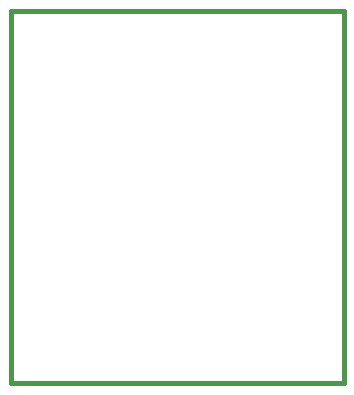
<source format=gbr>
G04 (created by PCBNEW-RS274X (2012-01-19 BZR 3256)-stable) date 11/26/2012 8:22:25 AM*
G01*
G70*
G90*
%MOIN*%
G04 Gerber Fmt 3.4, Leading zero omitted, Abs format*
%FSLAX34Y34*%
G04 APERTURE LIST*
%ADD10C,0.006000*%
%ADD11C,0.015000*%
G04 APERTURE END LIST*
G54D10*
G54D11*
X50906Y-43346D02*
X50906Y-30945D01*
X62008Y-30945D02*
X62008Y-43346D01*
X62008Y-43346D02*
X50906Y-43346D01*
X50906Y-30945D02*
X62008Y-30945D01*
M02*

</source>
